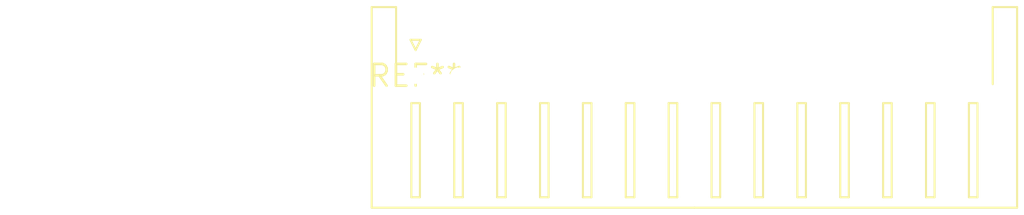
<source format=kicad_pcb>
(kicad_pcb (version 20240108) (generator pcbnew)
  (layers (0 "F.Cu" signal) (31 "B.Cu" signal) (34 "B.Paste" user) (35 "F.Paste" user) (36 "B.SilkS" user "B.Silkscreen") (37 "F.SilkS" user "F.Silkscreen") (38 "B.Mask" user) (39 "F.Mask" user) (44 "Edge.Cuts" user))
  (net 0 "")
  (footprint "JST_XH_S14B-XH-A-1_1x14_P2.50mm_Horizontal" (layer "F.Cu") (at 0 0)
    (property "Reference" "REF**")
    (property "Value" "JST_XH_S14B-XH-A-1_1x14_P2.50mm_Horizontal")
    (fp_line (start -2.56 -4.01) (end -1.14 -4.01) (layer "F.SilkS") (stroke (width 0.12)))
    (fp_line (start -2.56 7.71) (end -2.56 -4.01) (layer "F.SilkS") (stroke (width 0.12)))
    (fp_line (start -1.14 -4.01) (end -1.14 0.49) (layer "F.SilkS") (stroke (width 0.12)))
    (fp_line (start -0.3 -2.1) (end 0.3 -2.1) (layer "F.SilkS") (stroke (width 0.12)))
    (fp_line (start -0.25 1.6) (end -0.25 7.1) (layer "F.SilkS") (stroke (width 0.12)))
    (fp_line (start -0.25 7.1) (end 0.25 7.1) (layer "F.SilkS") (stroke (width 0.12)))
    (fp_line (start 0 -1.5) (end -0.3 -2.1) (layer "F.SilkS") (stroke (width 0.12)))
    (fp_line (start 0.25 1.6) (end -0.25 1.6) (layer "F.SilkS") (stroke (width 0.12)))
    (fp_line (start 0.25 7.1) (end 0.25 1.6) (layer "F.SilkS") (stroke (width 0.12)))
    (fp_line (start 0.3 -2.1) (end 0 -1.5) (layer "F.SilkS") (stroke (width 0.12)))
    (fp_line (start 2.25 1.6) (end 2.25 7.1) (layer "F.SilkS") (stroke (width 0.12)))
    (fp_line (start 2.25 7.1) (end 2.75 7.1) (layer "F.SilkS") (stroke (width 0.12)))
    (fp_line (start 2.75 1.6) (end 2.25 1.6) (layer "F.SilkS") (stroke (width 0.12)))
    (fp_line (start 2.75 7.1) (end 2.75 1.6) (layer "F.SilkS") (stroke (width 0.12)))
    (fp_line (start 4.75 1.6) (end 4.75 7.1) (layer "F.SilkS") (stroke (width 0.12)))
    (fp_line (start 4.75 7.1) (end 5.25 7.1) (layer "F.SilkS") (stroke (width 0.12)))
    (fp_line (start 5.25 1.6) (end 4.75 1.6) (layer "F.SilkS") (stroke (width 0.12)))
    (fp_line (start 5.25 7.1) (end 5.25 1.6) (layer "F.SilkS") (stroke (width 0.12)))
    (fp_line (start 7.25 1.6) (end 7.25 7.1) (layer "F.SilkS") (stroke (width 0.12)))
    (fp_line (start 7.25 7.1) (end 7.75 7.1) (layer "F.SilkS") (stroke (width 0.12)))
    (fp_line (start 7.75 1.6) (end 7.25 1.6) (layer "F.SilkS") (stroke (width 0.12)))
    (fp_line (start 7.75 7.1) (end 7.75 1.6) (layer "F.SilkS") (stroke (width 0.12)))
    (fp_line (start 9.75 1.6) (end 9.75 7.1) (layer "F.SilkS") (stroke (width 0.12)))
    (fp_line (start 9.75 7.1) (end 10.25 7.1) (layer "F.SilkS") (stroke (width 0.12)))
    (fp_line (start 10.25 1.6) (end 9.75 1.6) (layer "F.SilkS") (stroke (width 0.12)))
    (fp_line (start 10.25 7.1) (end 10.25 1.6) (layer "F.SilkS") (stroke (width 0.12)))
    (fp_line (start 12.25 1.6) (end 12.25 7.1) (layer "F.SilkS") (stroke (width 0.12)))
    (fp_line (start 12.25 7.1) (end 12.75 7.1) (layer "F.SilkS") (stroke (width 0.12)))
    (fp_line (start 12.75 1.6) (end 12.25 1.6) (layer "F.SilkS") (stroke (width 0.12)))
    (fp_line (start 12.75 7.1) (end 12.75 1.6) (layer "F.SilkS") (stroke (width 0.12)))
    (fp_line (start 14.75 1.6) (end 14.75 7.1) (layer "F.SilkS") (stroke (width 0.12)))
    (fp_line (start 14.75 7.1) (end 15.25 7.1) (layer "F.SilkS") (stroke (width 0.12)))
    (fp_line (start 15.25 1.6) (end 14.75 1.6) (layer "F.SilkS") (stroke (width 0.12)))
    (fp_line (start 15.25 7.1) (end 15.25 1.6) (layer "F.SilkS") (stroke (width 0.12)))
    (fp_line (start 16.25 7.71) (end -2.56 7.71) (layer "F.SilkS") (stroke (width 0.12)))
    (fp_line (start 16.25 7.71) (end 35.06 7.71) (layer "F.SilkS") (stroke (width 0.12)))
    (fp_line (start 17.25 1.6) (end 17.25 7.1) (layer "F.SilkS") (stroke (width 0.12)))
    (fp_line (start 17.25 7.1) (end 17.75 7.1) (layer "F.SilkS") (stroke (width 0.12)))
    (fp_line (start 17.75 1.6) (end 17.25 1.6) (layer "F.SilkS") (stroke (width 0.12)))
    (fp_line (start 17.75 7.1) (end 17.75 1.6) (layer "F.SilkS") (stroke (width 0.12)))
    (fp_line (start 19.75 1.6) (end 19.75 7.1) (layer "F.SilkS") (stroke (width 0.12)))
    (fp_line (start 19.75 7.1) (end 20.25 7.1) (layer "F.SilkS") (stroke (width 0.12)))
    (fp_line (start 20.25 1.6) (end 19.75 1.6) (layer "F.SilkS") (stroke (width 0.12)))
    (fp_line (start 20.25 7.1) (end 20.25 1.6) (layer "F.SilkS") (stroke (width 0.12)))
    (fp_line (start 22.25 1.6) (end 22.25 7.1) (layer "F.SilkS") (stroke (width 0.12)))
    (fp_line (start 22.25 7.1) (end 22.75 7.1) (layer "F.SilkS") (stroke (width 0.12)))
    (fp_line (start 22.75 1.6) (end 22.25 1.6) (layer "F.SilkS") (stroke (width 0.12)))
    (fp_line (start 22.75 7.1) (end 22.75 1.6) (layer "F.SilkS") (stroke (width 0.12)))
    (fp_line (start 24.75 1.6) (end 24.75 7.1) (layer "F.SilkS") (stroke (width 0.12)))
    (fp_line (start 24.75 7.1) (end 25.25 7.1) (layer "F.SilkS") (stroke (width 0.12)))
    (fp_line (start 25.25 1.6) (end 24.75 1.6) (layer "F.SilkS") (stroke (width 0.12)))
    (fp_line (start 25.25 7.1) (end 25.25 1.6) (layer "F.SilkS") (stroke (width 0.12)))
    (fp_line (start 27.25 1.6) (end 27.25 7.1) (layer "F.SilkS") (stroke (width 0.12)))
    (fp_line (start 27.25 7.1) (end 27.75 7.1) (layer "F.SilkS") (stroke (width 0.12)))
    (fp_line (start 27.75 1.6) (end 27.25 1.6) (layer "F.SilkS") (stroke (width 0.12)))
    (fp_line (start 27.75 7.1) (end 27.75 1.6) (layer "F.SilkS") (stroke (width 0.12)))
    (fp_line (start 29.75 1.6) (end 29.75 7.1) (layer "F.SilkS") (stroke (width 0.12)))
    (fp_line (start 29.75 7.1) (end 30.25 7.1) (layer "F.SilkS") (stroke (width 0.12)))
    (fp_line (start 30.25 1.6) (end 29.75 1.6) (layer "F.SilkS") (stroke (width 0.12)))
    (fp_line (start 30.25 7.1) (end 30.25 1.6) (layer "F.SilkS") (stroke (width 0.12)))
    (fp_line (start 32.25 1.6) (end 32.25 7.1) (layer "F.SilkS") (stroke (width 0.12)))
    (fp_line (start 32.25 7.1) (end 32.75 7.1) (layer "F.SilkS") (stroke (width 0.12)))
    (fp_line (start 32.75 1.6) (end 32.25 1.6) (layer "F.SilkS") (stroke (width 0.12)))
    (fp_line (start 32.75 7.1) (end 32.75 1.6) (layer "F.SilkS") (stroke (width 0.12)))
    (fp_line (start 33.64 -4.01) (end 33.64 0.49) (layer "F.SilkS") (stroke (width 0.12)))
    (fp_line (start 35.06 -4.01) (end 33.64 -4.01) (layer "F.SilkS") (stroke (width 0.12)))
    (fp_line (start 35.06 7.71) (end 35.06 -4.01) (layer "F.SilkS") (stroke (width 0.12)))
    (pad "1" thru_hole roundrect (at 0 0) (size 1.7 1.95) (drill 0.95) (layers *.Cu *.Mask) (remove_unused_layers) (roundrect_rratio 0.147059))
    (pad "2" thru_hole oval (at 2.5 0) (size 1.7 1.95) (drill 0.95) (layers *.Cu *.Mask) (remove_unused_layers))
    (pad "3" thru_hole oval (at 5 0) (size 1.7 1.95) (drill 0.95) (layers *.Cu *.Mask) (remove_unused_layers))
    (pad "4" thru_hole oval (at 7.5 0) (size 1.7 1.95) (drill 0.95) (layers *.Cu *.Mask) (remove_unused_layers))
    (pad "5" thru_hole oval (at 10 0) (size 1.7 1.95) (drill 0.95) (layers *.Cu *.Mask) (remove_unused_layers))
    (pad "6" thru_hole oval (at 12.5 0) (size 1.7 1.95) (drill 0.95) (layers *.Cu *.Mask) (remove_unused_layers))
    (pad "7" thru_hole oval (at 15 0) (size 1.7 1.95) (drill 0.95) (layers *.Cu *.Mask) (remove_unused_layers))
    (pad "8" thru_hole oval (at 17.5 0) (size 1.7 1.95) (drill 0.95) (layers *.Cu *.Mask) (remove_unused_layers))
    (pad "9" thru_hole oval (at 20 0) (size 1.7 1.95) (drill 0.95) (layers *.Cu *.Mask) (remove_unused_layers))
    (pad "10" thru_hole oval (at 22.5 0) (size 1.7 1.95) (drill 0.95) (layers *.Cu *.Mask) (remove_unused_layers))
    (pad "11" thru_hole oval (at 25 0) (size 1.7 1.95) (drill 0.95) (layers *.Cu *.Mask) (remove_unused_layers))
    (pad "12" thru_hole oval (at 27.5 0) (size 1.7 1.95) (drill 0.95) (layers *.Cu *.Mask) (remove_unused_layers))
    (pad "13" thru_hole oval (at 30 0) (size 1.7 1.95) (drill 0.95) (layers *.Cu *.Mask) (remove_unused_layers))
    (pad "14" thru_hole oval (at 32.5 0) (size 1.7 1.95) (drill 0.95) (layers *.Cu *.Mask) (remove_unused_layers))
  )
)
</source>
